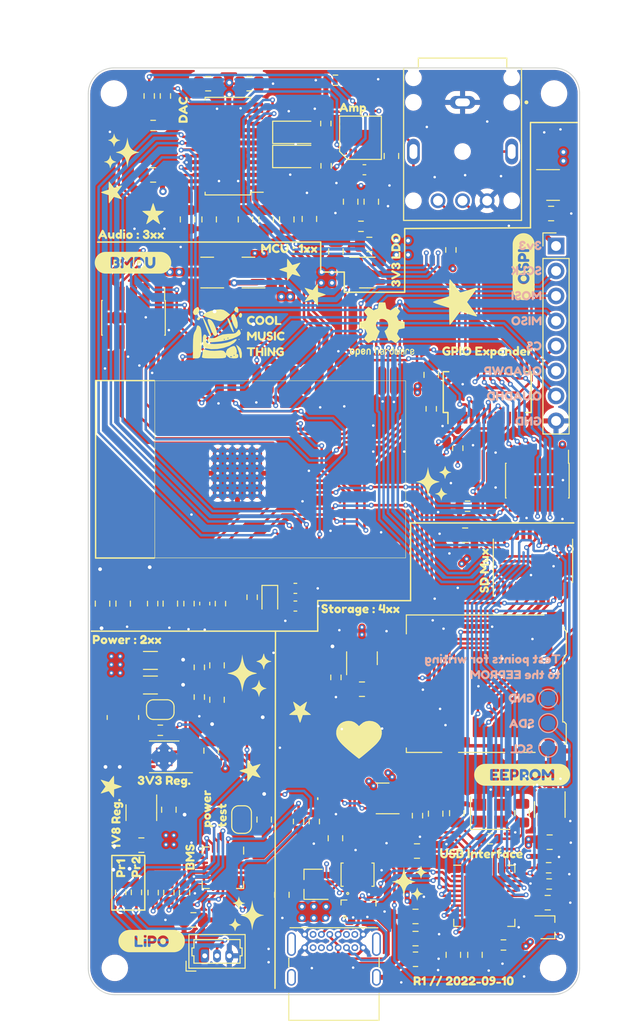
<source format=kicad_pcb>
(kicad_pcb (version 20211014) (generator pcbnew)

  (general
    (thickness 1.566672)
  )

  (paper "A4")
  (layers
    (0 "F.Cu" signal)
    (1 "In1.Cu" signal)
    (2 "In2.Cu" signal)
    (31 "B.Cu" signal)
    (32 "B.Adhes" user "B.Adhesive")
    (33 "F.Adhes" user "F.Adhesive")
    (34 "B.Paste" user)
    (35 "F.Paste" user)
    (36 "B.SilkS" user "B.Silkscreen")
    (37 "F.SilkS" user "F.Silkscreen")
    (38 "B.Mask" user)
    (39 "F.Mask" user)
    (40 "Dwgs.User" user "User.Drawings")
    (41 "Cmts.User" user "User.Comments")
    (42 "Eco1.User" user "User.Eco1")
    (43 "Eco2.User" user "User.Eco2")
    (44 "Edge.Cuts" user)
    (45 "Margin" user)
    (46 "B.CrtYd" user "B.Courtyard")
    (47 "F.CrtYd" user "F.Courtyard")
    (48 "B.Fab" user)
    (49 "F.Fab" user)
    (50 "User.1" user)
    (51 "User.2" user)
    (52 "User.3" user)
    (53 "User.4" user)
    (54 "User.5" user)
    (55 "User.6" user)
    (56 "User.7" user)
    (57 "User.8" user)
    (58 "User.9" user)
  )

  (setup
    (stackup
      (layer "F.SilkS" (type "Top Silk Screen") (color "White"))
      (layer "F.Paste" (type "Top Solder Paste"))
      (layer "F.Mask" (type "Top Solder Mask") (color "Purple") (thickness 0.0254))
      (layer "F.Cu" (type "copper") (thickness 0.04318))
      (layer "dielectric 1" (type "prepreg") (thickness 0.202184) (material "FR408-HR") (epsilon_r 3.69) (loss_tangent 0.0091))
      (layer "In1.Cu" (type "copper") (thickness 0.017272))
      (layer "dielectric 2" (type "core") (thickness 0.9906) (material "FR408-HR") (epsilon_r 3.69) (loss_tangent 0.0091))
      (layer "In2.Cu" (type "copper") (thickness 0.017272))
      (layer "dielectric 3" (type "prepreg") (thickness 0.202184) (material "FR408-HR") (epsilon_r 3.69) (loss_tangent 0.0091))
      (layer "B.Cu" (type "copper") (thickness 0.04318))
      (layer "B.Mask" (type "Bottom Solder Mask") (color "Purple") (thickness 0.0254))
      (layer "B.Paste" (type "Bottom Solder Paste"))
      (layer "B.SilkS" (type "Bottom Silk Screen") (color "White"))
      (copper_finish "ENIG")
      (dielectric_constraints no)
    )
    (pad_to_mask_clearance 0.0508)
    (grid_origin 118.2 118.8)
    (pcbplotparams
      (layerselection 0x00010fc_ffffffff)
      (disableapertmacros false)
      (usegerberextensions true)
      (usegerberattributes true)
      (usegerberadvancedattributes true)
      (creategerberjobfile true)
      (svguseinch false)
      (svgprecision 6)
      (excludeedgelayer true)
      (plotframeref false)
      (viasonmask false)
      (mode 1)
      (useauxorigin false)
      (hpglpennumber 1)
      (hpglpenspeed 20)
      (hpglpendiameter 15.000000)
      (dxfpolygonmode true)
      (dxfimperialunits true)
      (dxfusepcbnewfont true)
      (psnegative false)
      (psa4output false)
      (plotreference true)
      (plotvalue true)
      (plotinvisibletext false)
      (sketchpadsonfab false)
      (subtractmaskfromsilk false)
      (outputformat 1)
      (mirror false)
      (drillshape 0)
      (scaleselection 1)
      (outputdirectory "gerbers")
    )
  )

  (net 0 "")
  (net 1 "Net-(C101-Pad1)")
  (net 2 "GND")
  (net 3 "+3V3")
  (net 4 "Net-(C104-Pad1)")
  (net 5 "Net-(C106-Pad1)")
  (net 6 "Net-(C107-Pad2)")
  (net 7 "VBUS_SWITCHED")
  (net 8 "BAT")
  (net 9 "Net-(C203-Pad1)")
  (net 10 "Net-(C204-Pad1)")
  (net 11 "SYS_POWER")
  (net 12 "BAT_LEVEL")
  (net 13 "+1V8")
  (net 14 "3V3_ANALOG")
  (net 15 "3V3_AUDIO")
  (net 16 "Net-(C306-Pad1)")
  (net 17 "Net-(C306-Pad2)")
  (net 18 "Net-(C308-Pad1)")
  (net 19 "Net-(C308-Pad2)")
  (net 20 "Net-(C311-Pad1)")
  (net 21 "Net-(C311-Pad2)")
  (net 22 "Net-(C312-Pad1)")
  (net 23 "Net-(C314-Pad1)")
  (net 24 "1V8_AUDIO")
  (net 25 "USB_VDD33")
  (net 26 "Net-(C405-Pad1)")
  (net 27 "/Storage/VBUS_RAW")
  (net 28 "Net-(C409-Pad1)")
  (net 29 "Net-(C412-Pad1)")
  (net 30 "Net-(C413-Pad1)")
  (net 31 "Net-(C414-Pad2)")
  (net 32 "SD_VDD")
  (net 33 "KEYS_ROW_0")
  (net 34 "KEYS_ROW_1")
  (net 35 "Net-(D401-Pad1)")
  (net 36 "unconnected-(D401-Pad2)")
  (net 37 "SD_VDD_EN")
  (net 38 "ESP_SCLK")
  (net 39 "ESP_MOSI")
  (net 40 "ESP_MISO")
  (net 41 "DISPLAY_CS")
  (net 42 "ESP_QUADWP")
  (net 43 "ESP_QUADHD")
  (net 44 "NTC")
  (net 45 "Net-(J301-Pad2)")
  (net 46 "Net-(J301-Pad3)")
  (net 47 "~{3.5mm_DETECT}")
  (net 48 "Net-(J301-Pad6)")
  (net 49 "Net-(J401-PadA5)")
  (net 50 "unconnected-(J401-PadA8)")
  (net 51 "Net-(J401-PadB5)")
  (net 52 "unconnected-(J401-PadB8)")
  (net 53 "SD_DAT3")
  (net 54 "SD_CMD")
  (net 55 "SD_CLK")
  (net 56 "SD_DAT0")
  (net 57 "SD_DAT1")
  (net 58 "SD_DAT2")
  (net 59 "Net-(JP202-Pad1)")
  (net 60 "Net-(L201-Pad1)")
  (net 61 "DISPLAY_EN")
  (net 62 "3V3_AUDIO_EN")
  (net 63 "Net-(Q401-Pad2)")
  (net 64 "USB_STORAGE_EN")
  (net 65 "Net-(R102-Pad2)")
  (net 66 "ESP_SCL")
  (net 67 "ESP_SDA")
  (net 68 "LOCK_SW")
  (net 69 "Net-(R201-Pad2)")
  (net 70 "Net-(R203-Pad2)")
  (net 71 "Net-(R204-Pad2)")
  (net 72 "PROG1")
  (net 73 "PROG3")
  (net 74 "~{CHG_PWR_OK}")
  (net 75 "Net-(R208-Pad2)")
  (net 76 "Net-(R303-Pad2)")
  (net 77 "Net-(R306-Pad2)")
  (net 78 "Net-(R401-Pad1)")
  (net 79 "Net-(R402-Pad2)")
  (net 80 "Net-(J403-Pad2)")
  (net 81 "Net-(J403-Pad3)")
  (net 82 "SD_MUX_SW")
  (net 83 "DAC_SCK")
  (net 84 "DAC_BCK")
  (net 85 "DAC_LRCK")
  (net 86 "JTAG_TMS")
  (net 87 "JTAG_TDI")
  (net 88 "JTAG_TCK")
  (net 89 "unconnected-(U101-Pad17)")
  (net 90 "unconnected-(U101-Pad18)")
  (net 91 "unconnected-(U101-Pad19)")
  (net 92 "unconnected-(U101-Pad20)")
  (net 93 "unconnected-(U101-Pad21)")
  (net 94 "unconnected-(U101-Pad22)")
  (net 95 "JTAG_TDO")
  (net 96 "DAC_DIN")
  (net 97 "unconnected-(U101-Pad32)")
  (net 98 "UART_RXD")
  (net 99 "UART_TXD")
  (net 100 "DAC_MUTE")
  (net 101 "KEYS_COL_0")
  (net 102 "KEYS_COL_1")
  (net 103 "KEYS_CENTRE")
  (net 104 "unconnected-(U203-Pad4)")
  (net 105 "unconnected-(U204-Pad4)")
  (net 106 "unconnected-(U401-Pad6)")
  (net 107 "unconnected-(U401-Pad7)")
  (net 108 "unconnected-(U401-Pad8)")
  (net 109 "unconnected-(U401-Pad9)")
  (net 110 "/Storage/USB_DP")
  (net 111 "/Storage/USB_DN")
  (net 112 "unconnected-(U404-Pad1)")
  (net 113 "USB_SD_DAT1")
  (net 114 "USB_SD_DAT0")
  (net 115 "unconnected-(U404-Pad7)")
  (net 116 "unconnected-(U404-Pad8)")
  (net 117 "USB_SD_CLK")
  (net 118 "unconnected-(U404-Pad10)")
  (net 119 "USB_SD_CMD")
  (net 120 "unconnected-(U404-Pad12)")
  (net 121 "unconnected-(U404-Pad15)")
  (net 122 "unconnected-(U404-Pad16)")
  (net 123 "unconnected-(U404-Pad17)")
  (net 124 "unconnected-(U404-Pad19)")
  (net 125 "unconnected-(U404-Pad20)")
  (net 126 "USB_SD_DAT3")
  (net 127 "unconnected-(U404-Pad24)")
  (net 128 "USB_SD_DAT2")
  (net 129 "unconnected-(U404-Pad29)")
  (net 130 "unconnected-(U405-Pad3)")
  (net 131 "unconnected-(U103-Pad10)")
  (net 132 "Net-(C312-Pad2)")
  (net 133 "Net-(C313-Pad2)")
  (net 134 "Net-(R302-Pad1)")
  (net 135 "Net-(R305-Pad1)")
  (net 136 "Net-(R309-Pad2)")
  (net 137 "unconnected-(U301-Pad15)")
  (net 138 "SPARE_ANALOG_2")
  (net 139 "SPARE_ANALOG_1")
  (net 140 "unconnected-(U101-Pad24)")
  (net 141 "unconnected-(U402-Pad14)")
  (net 142 "unconnected-(U402-Pad11)")
  (net 143 "unconnected-(U101-Pad27)")
  (net 144 "unconnected-(U101-Pad28)")
  (net 145 "ESP_SD_CS")
  (net 146 "unconnected-(U405-Pad19)")
  (net 147 "unconnected-(U405-Pad21)")

  (footprint "Capacitor_SMD:C_0805_2012Metric" (layer "F.Cu") (at 143.7 75.55 180))

  (footprint "Resistor_SMD:R_0603_1608Metric" (layer "F.Cu") (at 138.1 134.2 90))

  (footprint "kibuzzard-631D91FD" (layer "F.Cu") (at 153.3 150.4))

  (footprint "Package_SO:MSOP-10-1EP_3x3mm_P0.5mm_EP1.68x1.88mm_ThermalVias" (layer "F.Cu") (at 122.825 127.625 180))

  (footprint "Resistor_SMD:R_0603_1608Metric" (layer "F.Cu") (at 131.775 111.4 -90))

  (footprint "Package_TO_SOT_SMD:SOT-23" (layer "F.Cu") (at 131.4 78.4 180))

  (footprint "Capacitor_SMD:C_0805_2012Metric" (layer "F.Cu") (at 128.2 118.325 90))

  (footprint "Resistor_SMD:R_0603_1608Metric" (layer "F.Cu") (at 126.4 118.525 -90))

  (footprint "MountingHole:MountingHole_2.2mm_M2" (layer "F.Cu") (at 117.8 149.075))

  (footprint "Capacitor_SMD:C_1206_3216Metric" (layer "F.Cu") (at 121.425 117.825))

  (footprint "Resistor_SMD:R_0603_1608Metric" (layer "F.Cu") (at 122.425 124.925 180))

  (footprint "Package_DFN_QFN:QFN-20-1EP_4x4mm_P0.5mm_EP2.5x2.5mm" (layer "F.Cu") (at 128.8 138.9 -90))

  (footprint "Capacitor_SMD:C_0805_2012Metric" (layer "F.Cu") (at 134.8 141.65 -90))

  (footprint "Resistor_SMD:R_0603_1608Metric" (layer "F.Cu") (at 122.95 60.45 90))

  (footprint "Symbol:OSHW-Logo2_7.3x6mm_SilkScreen" (layer "F.Cu") (at 145 84.2))

  (footprint "pretty-kicad-footprints:sparkles" (layer "F.Cu") (at 131.5 119.3))

  (footprint "footprints:CUI_SJ-3566AN" (layer "F.Cu") (at 153.1875 66.1 -90))

  (footprint "kibuzzard-631DB211" (layer "F.Cu") (at 155.4 108.7 90))

  (footprint "Resistor_SMD:R_0603_1608Metric" (layer "F.Cu") (at 123.3 141.425 -90))

  (footprint "Jumper:SolderJumper-2_P1.3mm_Bridged_RoundedPad1.0x1.5mm" (layer "F.Cu") (at 130.7 134 90))

  (footprint "Resistor_SMD:R_0603_1608Metric" (layer "F.Cu") (at 153.7 102.15 180))

  (footprint "pretty-kicad-footprints:heart" (layer "F.Cu") (at 142.65 125.9))

  (footprint "Capacitor_SMD:C_0805_2012Metric" (layer "F.Cu") (at 125.8 144.2 180))

  (footprint "Capacitor_SMD:C_0805_2012Metric" (layer "F.Cu") (at 142.95 120.75 180))

  (footprint "Capacitor_SMD:C_0805_2012Metric" (layer "F.Cu") (at 152.6 133.35 90))

  (footprint "Resistor_SMD:R_0603_1608Metric" (layer "F.Cu") (at 152.7 96.25 90))

  (footprint "Package_TO_SOT_SMD:SOT-23-5" (layer "F.Cu") (at 162.06 132.98 -90))

  (footprint "Resistor_SMD:R_0603_1608Metric" (layer "F.Cu") (at 162 140.55 180))

  (footprint "Capacitor_SMD:C_0805_2012Metric" (layer "F.Cu") (at 137.6 72.95 -90))

  (footprint "Capacitor_SMD:C_0805_2012Metric" (layer "F.Cu") (at 148.4 143.85))

  (footprint "kibuzzard-631DB129" (layer "F.Cu") (at 119.95 138.8 90))

  (footprint "Package_SO:TSSOP-24_4.4x7.8mm_P0.65mm" (layer "F.Cu") (at 160.35 107.7 90))

  (footprint "Capacitor_SMD:C_0805_2012Metric" (layer "F.Cu") (at 141.8 71.2 -90))

  (footprint "pretty-kicad-footprints:star_small" (layer "F.Cu") (at 121.7 72.4))

  (footprint "Crystal:Crystal_SMD_3225-4Pin_3.2x2.5mm" (layer "F.Cu") (at 156 133.35))

  (footprint "Package_TO_SOT_SMD:SOT-23-5" (layer "F.Cu") (at 120.5 133.3 -90))

  (footprint "Capacitor_SMD:C_0805_2012Metric" (layer "F.Cu")
    (tedit 5F68FEEE) (tstamp 460a573e-965c-4442-8577-238cad9738dd)
    (at 118.65 112.05 -90)
    (descr "Capacitor SMD 0805 (2012 Metric), square (rectangular) end terminal, IPC_7351 nominal, (Body size source: IPC-SM-782 page 76, https://www.pcb-3d.com/wordpress/wp-content/uploads/ipc-sm-782a_amendment_1_and_2.pdf, https://docs.google.com/spreadsheets/d/1BsfQQcO9C6DZCsRaXUlFlo91Tg2WpOkGARC1WS5S8t0/edit?usp=sharing), generated with kicad-footprint-generator")
    (tags "capacitor")
    (property "PN" "EMK212BBJ226MG-T ")
    (property "Sheetfile" "gay-ipod.kicad_sch")
    (property "Sheetname" "")
    (path "/93940494-ebf8-4959-8a7a-ade7f7db3255")
    (attr smd)
    (fp_text reference "C103" (at 0 -1.68 -270) (layer "F.SilkS") hide
      (effects (font (size 1 1) (thickness 0.15)))
      (tstamp 3cfbefeb-977b-4795-9f32-5104a5564671)
    )
    (fp_text value "22uF" (at 0 1.68 -270) (layer "F.Fab") hide
      (effects (font (size 1 1) (thickness 0.15)))
      (tstamp b21c6105-f740-4b24-a284-85beaa857ea7)
    )
    (fp_text user "${REFERENCE}" (at 0 0 -270) (layer "F.Fab") hide
      (effects (font (size 0.5 0.5) (thickness 0.08)))
      (tstamp be003acc-0d63-42a0-a82c-b40d68bc83ac)
    )
    (fp_line (start -0.261252 -0.735) (end 0.261252 -0.735) (layer "F.SilkS") (width 0.12) (tstamp 6b96712b-f5b9-41de-8393-33d0142e2e5e))
    (fp_line (start -0.261252 0.735) (end 0.261252 0.735) (layer "F.SilkS") (width 0.12) (tstamp a25404a7-130f-49ec-8600-397fe2857653))
    (fp_line (start -1.7 0.98) (end -1.7 -0.98) (layer "F.CrtYd") (width 0.05) (tstamp 01dbc337-c0d8-4920-bfeb-95a83f5fb070))
    (fp_line (start 1.7 -0.98) (end 1.7 0.98) (layer "F.CrtYd") (width 0.05) (tstamp 0bf6b552-9ee8-4561-8f3d-fffe1eb5f455))
    (fp_line (start 1.7 0.98) (end -1.7 0.98) (layer "F.CrtYd") (width 0.05) (tstamp 3897581a-51bd-4890-b072-8ac30d38f0d8))
    (fp_line (start -1.7 -0.98) (end 1.7 -0.98) (layer "F.CrtYd") (width 0.05) (tstamp 9a2b042f-8cf1-4e28-9c88-5dac548f0967))
    (fp_line (start 1 -0.625) (end 1 0.625) (layer "F.Fab") (width 0.1) (tstamp 092f6f57-a1a5-442c-8fb5-d4252a593b93))
    (fp_line (start -1 -0.625) (end 1 -0.625) (layer "F.Fab") (width 0.1) (tstamp 24bf4b60-4e7f-4168-bf86-0c7aede4af80))
    (fp_line (start -1 0.625) (end -1 -0.625) (layer "F.Fab") (width 0.1) (tstamp 622fc16b-1cd1-4f4f-9054-bfe82c553aa5))
    (fp_line (start 1 0.625) (end -1 0.625) (layer "F.Fab") (width 0.1) (tstamp f3610558-73bc-4de3-aaed-fb5a86b26238))
    (pad "1" smd roundrect (at -0.95 0 270) (size
... [3428559 chars truncated]
</source>
